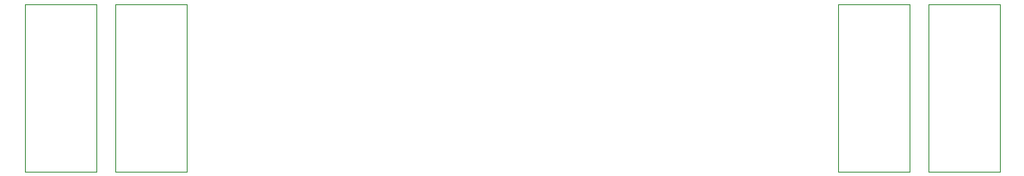
<source format=gbr>
G04 #@! TF.FileFunction,Other,User*
%FSLAX46Y46*%
G04 Gerber Fmt 4.6, Leading zero omitted, Abs format (unit mm)*
G04 Created by KiCad (PCBNEW 4.0.4-stable) date 12/10/16 14:43:47*
%MOMM*%
%LPD*%
G01*
G04 APERTURE LIST*
%ADD10C,0.100000*%
%ADD11C,0.050000*%
G04 APERTURE END LIST*
D10*
D11*
X193350000Y-107945000D02*
X200400000Y-107945000D01*
X200400000Y-107945000D02*
X200400000Y-91445000D01*
X200400000Y-91445000D02*
X193350000Y-91445000D01*
X193350000Y-91445000D02*
X193350000Y-107945000D01*
X184460000Y-107945000D02*
X191510000Y-107945000D01*
X191510000Y-107945000D02*
X191510000Y-91445000D01*
X191510000Y-91445000D02*
X184460000Y-91445000D01*
X184460000Y-91445000D02*
X184460000Y-107945000D01*
X113340000Y-107945000D02*
X120390000Y-107945000D01*
X120390000Y-107945000D02*
X120390000Y-91445000D01*
X120390000Y-91445000D02*
X113340000Y-91445000D01*
X113340000Y-91445000D02*
X113340000Y-107945000D01*
X104450000Y-107945000D02*
X111500000Y-107945000D01*
X111500000Y-107945000D02*
X111500000Y-91445000D01*
X111500000Y-91445000D02*
X104450000Y-91445000D01*
X104450000Y-91445000D02*
X104450000Y-107945000D01*
M02*

</source>
